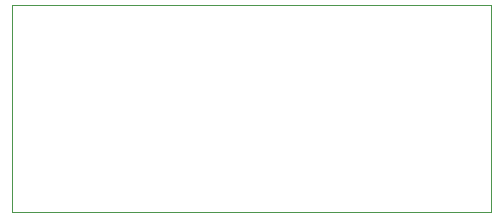
<source format=gbr>
G04 #@! TF.GenerationSoftware,KiCad,Pcbnew,5.1.5-52549c5~84~ubuntu18.04.1*
G04 #@! TF.CreationDate,2020-02-24T15:44:40+01:00*
G04 #@! TF.ProjectId,osat_dcdc_board,6f736174-5f64-4636-9463-5f626f617264,rev?*
G04 #@! TF.SameCoordinates,Original*
G04 #@! TF.FileFunction,Profile,NP*
%FSLAX46Y46*%
G04 Gerber Fmt 4.6, Leading zero omitted, Abs format (unit mm)*
G04 Created by KiCad (PCBNEW 5.1.5-52549c5~84~ubuntu18.04.1) date 2020-02-24 15:44:40*
%MOMM*%
%LPD*%
G04 APERTURE LIST*
%ADD10C,0.050000*%
G04 APERTURE END LIST*
D10*
X122000000Y-116000000D02*
X122000000Y-98500000D01*
X162500000Y-116000000D02*
X122000000Y-116000000D01*
X162500000Y-98500000D02*
X162500000Y-116000000D01*
X122000000Y-98500000D02*
X162500000Y-98500000D01*
M02*

</source>
